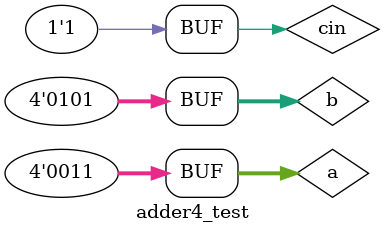
<source format=v>
`timescale 1ns / 1ps


module adder4_test;

	// Inputs
	reg [3:0] a;
	reg [3:0] b;
	reg cin;

	// Outputs
	wire [3:0] s;
	wire cout;

	// Instantiate the Unit Under Test (UUT)
	adder4 uut (
		.a(a), 
		.b(b), 
		.cin(cin), 
		.s(s), 
		.cout(cout)
	);

   initial begin
       a = 9;
		 b = 3;
		 cin = 1;
		 #100;
		 
		 a = 3;
		 b = 5;
		 cin = 1;
		 #100;

   end
      
endmodule


</source>
